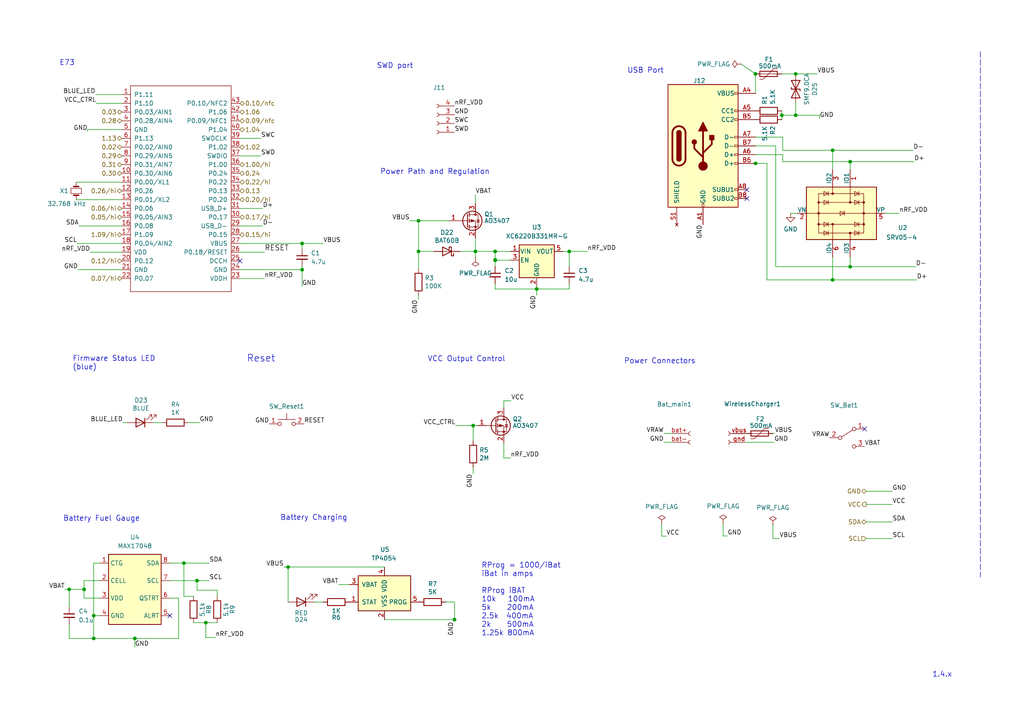
<source format=kicad_sch>
(kicad_sch (version 20211123) (generator eeschema)
  (paper "A4")
  (lib_symbols
    (symbol "Battery_Management:MCP73832-2-OT" (pin_names (offset 1.016))
      (property "Reference" "U" (at -7.62 6.35 0))
      (property "Value" "MCP73832-2-OT" (at 1.27 6.35 0))
      (symbol "MCP73832-2-OT_0_1"
        (rectangle (start -7.62 5.08) (end 7.62 -5.08) (stroke (width 0.254)) (fill (type background)))
      )
      (symbol "MCP73832-2-OT_1_1"
        (pin output line (at 10.16 -2.54 180) (length 2.54) (name "STAT") (number "1"))
        (pin power_in line (at 0 -7.62 90) (length 2.54) (name "VSS") (number "2"))
        (pin power_out line (at 10.16 2.54 180) (length 2.54) (name "VBAT") (number "3"))
        (pin power_in line (at 0 7.62 270) (length 2.54) (name "VDD") (number "4"))
        (pin input line (at -10.16 -2.54 0) (length 2.54) (name "PROG") (number "5"))
      )
    )
    (symbol "Connector:Conn_01x02_Female" (pin_names (offset 1.016) hide)
      (property "Reference" "WirelessCharger1" (at 14.859 8.4074 0))
      (symbol "Conn_01x02_Female_1_1"
        (arc (start 0 -2.032) (mid -0.508 -2.54) (end 0 -3.048) (stroke (width 0.1524)))
        (polyline (pts (xy -1.27 -2.54) (xy -0.508 -2.54)) (stroke (width 0.1524)))
        (polyline (pts (xy -1.27 0) (xy -0.508 0)) (stroke (width 0.1524)))
        (arc (start 0 0.508) (mid -0.508 0) (end 0 -0.508) (stroke (width 0.1524)))
        (pin passive line (at -5.08 -2.54 0) (length 3.81) (name "gnd") (number "gnd"))
        (pin passive line (at -5.08 0 0) (length 3.81) (name "vbus") (number "vbus"))
      )
    )
    (symbol "Connector:Conn_01x04_Female" (pin_names (offset 1.016) hide)
      (property "Reference" "J" (at 0 5.08 0))
      (property "Value" "Conn_01x04_Female" (at 0 -7.62 0))
      (symbol "Conn_01x04_Female_1_1"
        (arc (start 0 -4.572) (mid -0.508 -5.08) (end 0 -5.588) (stroke (width 0.1524)))
        (arc (start 0 -2.032) (mid -0.508 -2.54) (end 0 -3.048) (stroke (width 0.1524)))
        (polyline (pts (xy -1.27 -5.08) (xy -0.508 -5.08)) (stroke (width 0.1524)))
        (polyline (pts (xy -1.27 -2.54) (xy -0.508 -2.54)) (stroke (width 0.1524)))
        (polyline (pts (xy -1.27 0) (xy -0.508 0)) (stroke (width 0.1524)))
        (polyline (pts (xy -1.27 2.54) (xy -0.508 2.54)) (stroke (width 0.1524)))
        (arc (start 0 0.508) (mid -0.508 0) (end 0 -0.508) (stroke (width 0.1524)))
        (arc (start 0 3.048) (mid -0.508 2.54) (end 0 2.032) (stroke (width 0.1524)))
        (pin passive line (at -5.08 2.54 0) (length 3.81) (name "Pin_1") (number "1"))
        (pin passive line (at -5.08 0 0) (length 3.81) (name "Pin_2") (number "2"))
        (pin passive line (at -5.08 -2.54 0) (length 3.81) (name "Pin_3") (number "3"))
        (pin passive line (at -5.08 -5.08 0) (length 3.81) (name "Pin_4") (number "4"))
      )
    )
    (symbol "Device:C_Small" (pin_numbers hide) (pin_names (offset 0.254) hide)
      (property "Reference" "C" (at 0.254 1.778 0))
      (property "Value" "C_Small" (at 0.254 -2.032 0))
      (symbol "C_Small_0_1"
        (polyline (pts (xy -1.524 -0.508) (xy 1.524 -0.508)) (stroke (width 0.3302)))
        (polyline (pts (xy -1.524 0.508) (xy 1.524 0.508)) (stroke (width 0.3048)))
      )
      (symbol "C_Small_1_1"
        (pin passive line (at 0 2.54 270) (length 2.032) (name "~") (number "1"))
        (pin passive line (at 0 -2.54 90) (length 2.032) (name "~") (number "2"))
      )
    )
    (symbol "Device:D_TVS" (pin_numbers hide) (pin_names (offset 1.016) hide)
      (property "Reference" "D" (at 0 2.54 0))
      (property "Value" "D_TVS" (at 0 -2.54 0))
      (symbol "D_TVS_0_1"
        (polyline (pts (xy 1.27 0) (xy -1.27 0)))
        (polyline (pts (xy 0.508 1.27) (xy 0 1.27) (xy 0 -1.27) (xy -0.508 -1.27)) (stroke (width 0.254)))
        (polyline (pts (xy -2.54 1.27) (xy -2.54 -1.27) (xy 2.54 1.27) (xy 2.54 -1.27) (xy -2.54 1.27)) (stroke (width 0.254)))
      )
      (symbol "D_TVS_1_1"
        (pin passive line (at -3.81 0 0) (length 2.54) (name "A1") (number "1"))
        (pin passive line (at 3.81 0 180) (length 2.54) (name "A2") (number "2"))
      )
    )
    (symbol "Device:LED" (pin_numbers hide) (pin_names (offset 1.016) hide)
      (property "Reference" "D" (at 0 2.54 0))
      (property "Value" "LED" (at 0 -2.54 0))
      (symbol "LED_0_1"
        (polyline (pts (xy -1.27 -1.27) (xy -1.27 1.27)) (stroke (width 0.254)))
        (polyline (pts (xy -1.27 0) (xy 1.27 0)))
        (polyline (pts (xy 1.27 -1.27) (xy 1.27 1.27) (xy -1.27 0) (xy 1.27 -1.27)) (stroke (width 0.254)))
        (polyline (pts (xy -3.048 -0.762) (xy -4.572 -2.286) (xy -3.81 -2.286) (xy -4.572 -2.286) (xy -4.572 -1.524)))
        (polyline (pts (xy -1.778 -0.762) (xy -3.302 -2.286) (xy -2.54 -2.286) (xy -3.302 -2.286) (xy -3.302 -1.524)))
      )
      (symbol "LED_1_1"
        (pin passive line (at -3.81 0 0) (length 2.54) (name "K") (number "1"))
        (pin passive line (at 3.81 0 180) (length 2.54) (name "A") (number "2"))
      )
    )
    (symbol "Device:Polyfuse" (pin_numbers hide) (pin_names (offset 0))
      (property "Reference" "F" (at -2.54 0 90))
      (property "Value" "Polyfuse" (at 2.54 0 90))
      (symbol "Polyfuse_0_1"
        (rectangle (start -0.762 2.54) (end 0.762 -2.54) (stroke (width 0.254)))
        (polyline (pts (xy 0 2.54) (xy 0 -2.54)))
        (polyline (pts (xy -1.524 2.54) (xy -1.524 1.524) (xy 1.524 -1.524) (xy 1.524 -2.54)))
      )
      (symbol "Polyfuse_1_1"
        (pin passive line (at 0 3.81 270) (length 1.27) (name "~") (number "1"))
        (pin passive line (at 0 -3.81 90) (length 1.27) (name "~") (number "2"))
      )
    )
    (symbol "Device:R" (pin_numbers hide) (pin_names (offset 0))
      (property "Reference" "R" (at 2.032 0 90))
      (property "Value" "R" (at 0 0 90))
      (symbol "R_0_1"
        (rectangle (start -1.016 -2.54) (end 1.016 2.54) (stroke (width 0.254)))
      )
      (symbol "R_1_1"
        (pin passive line (at 0 3.81 270) (length 1.27) (name "~") (number "1"))
        (pin passive line (at 0 -3.81 90) (length 1.27) (name "~") (number "2"))
      )
    )
    (symbol "Diode:MBR0520" (pin_numbers hide) (pin_names (offset 1.016) hide)
      (property "Reference" "D" (at 0 2.54 0))
      (property "Value" "MBR0520" (at 0 -2.54 0))
      (symbol "MBR0520_0_1"
        (polyline (pts (xy 1.27 0) (xy -1.27 0)))
        (polyline (pts (xy 1.27 1.27) (xy 1.27 -1.27) (xy -1.27 0) (xy 1.27 1.27)) (stroke (width 0.254)))
        (polyline (pts (xy -1.905 0.635) (xy -1.905 1.27) (xy -1.27 1.27) (xy -1.27 -1.27) (xy -0.635 -1.27) (xy -0.635 -0.635)) (stroke (width 0.254)))
      )
      (symbol "MBR0520_1_1"
        (pin passive line (at -3.81 0 0) (length 2.54) (name "K") (number "1"))
        (pin passive line (at 3.81 0 180) (length 2.54) (name "A") (number "2"))
      )
    )
    (symbol "Power_Protection:SRV05-4" (pin_names (offset 0))
      (property "Reference" "U" (at -5.08 11.43 0))
      (property "Value" "SRV05-4" (at 2.54 11.43 0))
      (symbol "SRV05-4_0_0"
        (rectangle (start -5.715 6.477) (end 5.715 -6.604))
        (polyline (pts (xy -3.175 -6.604) (xy -3.175 6.477)))
        (polyline (pts (xy 3.175 6.477) (xy 3.175 -6.604)))
      )
      (symbol "SRV05-4_0_1"
        (rectangle (start -7.62 10.16) (end 7.62 -10.16) (stroke (width 0.254)) (fill (type background)))
        (circle (center -5.715 -2.54) (radius 0.2794) (fill (type outline)))
        (circle (center -3.175 -6.604) (radius 0.2794) (fill (type outline)))
        (circle (center -3.175 2.54) (radius 0.2794) (fill (type outline)))
        (circle (center -3.175 6.477) (radius 0.2794) (fill (type outline)))
        (circle (center 0 -6.604) (radius 0.2794) (fill (type outline)))
        (polyline (pts (xy -7.747 2.54) (xy -3.175 2.54)))
        (polyline (pts (xy -7.62 -2.54) (xy -5.715 -2.54)))
        (polyline (pts (xy -5.08 -3.81) (xy -6.35 -3.81)))
        (polyline (pts (xy -5.08 5.08) (xy -6.35 5.08)))
        (polyline (pts (xy -2.54 -3.81) (xy -3.81 -3.81)))
        (polyline (pts (xy -2.54 5.08) (xy -3.81 5.08)))
        (polyline (pts (xy 0 10.16) (xy 0 -10.16)))
        (polyline (pts (xy 3.81 -3.81) (xy 2.54 -3.81)))
        (polyline (pts (xy 3.81 5.08) (xy 2.54 5.08)))
        (polyline (pts (xy 6.35 -3.81) (xy 5.08 -3.81)))
        (polyline (pts (xy 6.35 5.08) (xy 5.08 5.08)))
        (polyline (pts (xy 7.62 -2.54) (xy 3.175 -2.54)))
        (polyline (pts (xy 7.62 2.54) (xy 5.715 2.54)))
        (polyline (pts (xy 0.635 0.889) (xy -0.635 0.889) (xy -0.635 0.635)))
        (polyline (pts (xy -5.08 -5.08) (xy -6.35 -5.08) (xy -5.715 -3.81) (xy -5.08 -5.08)))
        (polyline (pts (xy -5.08 3.81) (xy -6.35 3.81) (xy -5.715 5.08) (xy -5.08 3.81)))
        (polyline (pts (xy -2.54 -5.08) (xy -3.81 -5.08) (xy -3.175 -3.81) (xy -2.54 -5.08)))
        (polyline (pts (xy -2.54 3.81) (xy -3.81 3.81) (xy -3.175 5.08) (xy -2.54 3.81)))
        (polyline (pts (xy 0.635 -0.381) (xy -0.635 -0.381) (xy 0 0.889) (xy 0.635 -0.381)))
        (polyline (pts (xy 3.81 -5.08) (xy 2.54 -5.08) (xy 3.175 -3.81) (xy 3.81 -5.08)))
        (polyline (pts (xy 3.81 3.81) (xy 2.54 3.81) (xy 3.175 5.08) (xy 3.81 3.81)))
        (polyline (pts (xy 6.35 -5.08) (xy 5.08 -5.08) (xy 5.715 -3.81) (xy 6.35 -5.08)))
        (polyline (pts (xy 6.35 3.81) (xy 5.08 3.81) (xy 5.715 5.08) (xy 6.35 3.81)))
        (circle (center 0 6.477) (radius 0.2794) (fill (type outline)))
        (circle (center 3.175 -6.604) (radius 0.2794) (fill (type outline)))
        (circle (center 3.175 -2.54) (radius 0.2794) (fill (type outline)))
        (circle (center 3.175 6.477) (radius 0.2794) (fill (type outline)))
        (circle (center 5.715 2.54) (radius 0.2794) (fill (type outline)))
      )
      (symbol "SRV05-4_1_1"
        (pin passive line (at -12.7 2.54 0) (length 5.08) (name "IO1") (number "1"))
        (pin passive line (at 0 -12.7 90) (length 2.54) (name "VN") (number "2"))
        (pin passive line (at -12.7 -2.54 0) (length 5.08) (name "IO2") (number "3"))
        (pin passive line (at 12.7 2.54 180) (length 5.08) (name "IO3") (number "4"))
        (pin passive line (at 0 12.7 270) (length 2.54) (name "VP") (number "5"))
        (pin passive line (at 12.7 -2.54 180) (length 5.08) (name "IO4") (number "6"))
      )
    )
    (symbol "Regulator_Linear:AP2112K-3.3" (pin_names (offset 0.254))
      (property "Reference" "U" (at -5.08 5.715 0))
      (property "Value" "AP2112K-3.3" (at 0 5.715 0))
      (symbol "AP2112K-3.3_0_1"
        (rectangle (start -5.08 4.445) (end 5.08 -5.08) (stroke (width 0.254)) (fill (type background)))
      )
      (symbol "AP2112K-3.3_1_1"
        (pin power_in line (at -7.62 2.54 0) (length 2.54) (name "VIN") (number "1"))
        (pin power_in line (at 0 -7.62 90) (length 2.54) (name "GND") (number "2"))
        (pin input line (at -7.62 0 0) (length 2.54) (name "EN") (number "3"))
        (pin no_connect line (at 5.08 0 180) (length 2.54) hide (name "NC") (number "4"))
        (pin power_out line (at 7.62 2.54 180) (length 2.54) (name "VOUT") (number "5"))
      )
    )
    (symbol "Transistor_FET:BSS83P" (pin_names hide)
      (property "Reference" "Q" (at 5.08 1.905 0))
      (property "Value" "BSS83P" (at 5.08 0 0))
      (symbol "BSS83P_0_1"
        (polyline (pts (xy 0.254 0) (xy -2.54 0)))
        (polyline (pts (xy 0.254 1.905) (xy 0.254 -1.905)) (stroke (width 0.254)))
        (polyline (pts (xy 0.762 -1.27) (xy 0.762 -2.286)) (stroke (width 0.254)))
        (polyline (pts (xy 0.762 0.508) (xy 0.762 -0.508)) (stroke (width 0.254)))
        (polyline (pts (xy 0.762 2.286) (xy 0.762 1.27)) (stroke (width 0.254)))
        (polyline (pts (xy 2.54 2.54) (xy 2.54 1.778)))
        (polyline (pts (xy 2.54 -2.54) (xy 2.54 0) (xy 0.762 0)))
        (polyline (pts (xy 0.762 1.778) (xy 3.302 1.778) (xy 3.302 -1.778) (xy 0.762 -1.778)))
        (polyline (pts (xy 2.286 0) (xy 1.27 0.381) (xy 1.27 -0.381) (xy 2.286 0)) (fill (type outline)))
        (polyline (pts (xy 2.794 -0.508) (xy 2.921 -0.381) (xy 3.683 -0.381) (xy 3.81 -0.254)))
        (polyline (pts (xy 3.302 -0.381) (xy 2.921 0.254) (xy 3.683 0.254) (xy 3.302 -0.381)))
        (circle (center 1.651 0) (radius 2.794) (stroke (width 0.254)))
        (circle (center 2.54 -1.778) (radius 0.254) (fill (type outline)))
        (circle (center 2.54 1.778) (radius 0.254) (fill (type outline)))
      )
      (symbol "BSS83P_1_1"
        (pin input line (at -5.08 0 0) (length 2.54) (name "G") (number "1"))
        (pin passive line (at 2.54 -5.08 90) (length 2.54) (name "S") (number "2"))
        (pin passive line (at 2.54 5.08 270) (length 2.54) (name "D") (number "3"))
      )
    )
    (symbol "mysymbol:Conn_Battery_solderable" (pin_names (offset 1.016) hide)
      (property "Reference" "J?" (at 1.27 0.0001 0))
      (property "Value" "Conn_Battery_solderable" (at 1.27 -2.5399 0))
      (symbol "Conn_Battery_solderable_1_1"
        (arc (start 0 -2.032) (mid -0.508 -2.54) (end 0 -3.048) (stroke (width 0.1524)))
        (polyline (pts (xy -1.27 -2.54) (xy -0.508 -2.54)) (stroke (width 0.1524)))
        (polyline (pts (xy -1.27 0) (xy -0.508 0)) (stroke (width 0.1524)))
        (arc (start 0 0.508) (mid -0.508 0) (end 0 -0.508) (stroke (width 0.1524)))
        (pin passive line (at -5.08 0 0) (length 3.81) (name "Bat+") (number "bat+"))
        (pin passive line (at -5.08 -2.54 0) (length 3.81) (name "Bat-") (number "bat-"))
      )
    )
    (symbol "mysymbol:Crystal_Small" (pin_numbers hide) (pin_names (offset 1.016) hide)
      (property "Reference" "X1" (at -2.54 1.2701 90))
      (property "Value" "Crystal_Small" (at -2.54 -1.2699 90))
      (symbol "Crystal_Small_0_1"
        (rectangle (start -0.762 -1.524) (end 0.762 1.524))
        (polyline (pts (xy -1.27 -0.762) (xy -1.27 0.762)) (stroke (width 0.381)))
        (polyline (pts (xy 1.27 -0.762) (xy 1.27 0.762)) (stroke (width 0.381)))
      )
      (symbol "Crystal_Small_1_1"
        (pin passive line (at -2.54 0 0) (length 1.27) (name "1") (number "1"))
        (pin passive line (at 2.54 0 180) (length 1.27) (name "2") (number "2"))
      )
    )
    (symbol "mysymbol:E73-2G4M08S1C" (pin_names (offset 1.016))
      (property "Reference" "U?" (at -0.635 34.671 0))
      (property "Value" "E73-2G4M08S1C" (at -0.635 32.3596 0))
      (symbol "E73-2G4M08S1C_0_1"
        (rectangle (start -15.24 30.48) (end 13.97 -29.21))
      )
      (symbol "E73-2G4M08S1C_1_1"
        (pin input line (at -17.78 27.94 0) (length 2.54) (name "P1.11") (number "1"))
        (pin input line (at -17.78 5.08 0) (length 2.54) (name "P0.30/AIN6") (number "10"))
        (pin input line (at -17.78 2.54 0) (length 2.54) (name "P0.00/XL1") (number "11"))
        (pin input line (at -17.78 0 0) (length 2.54) (name "P0.26") (number "12"))
        (pin input line (at -17.78 -2.54 0) (length 2.54) (name "P0.01/XL2") (number "13"))
        (pin input line (at -17.78 -5.08 0) (length 2.54) (name "P0.06") (number "14"))
        (pin input line (at -17.78 -7.62 0) (length 2.54) (name "P0.05/AIN3") (number "15"))
        (pin input line (at -17.78 -10.16 0) (length 2.54) (name "P0.08") (number "16"))
        (pin input line (at -17.78 -12.7 0) (length 2.54) (name "P1.09") (number "17"))
        (pin input line (at -17.78 -15.24 0) (length 2.54) (name "P0.04/AIN2") (number "18"))
        (pin power_in line (at -17.78 -17.78 0) (length 2.54) (name "VDD") (number "19"))
        (pin input line (at -17.78 25.4 0) (length 2.54) (name "P1.10") (number "2"))
        (pin input line (at -17.78 -20.32 0) (length 2.54) (name "P0.12") (number "20"))
        (pin power_in line (at -17.78 -22.86 0) (length 2.54) (name "GND") (number "21"))
        (pin input line (at -17.78 -25.4 0) (length 2.54) (name "P0.07") (number "22"))
        (pin power_in line (at 16.51 -25.4 180) (length 2.54) (name "VDDH") (number "23"))
        (pin power_in line (at 16.51 -22.86 180) (length 2.54) (name "GND") (number "24"))
        (pin power_out line (at 16.51 -20.32 180) (length 2.54) (name "DCCH") (number "25"))
        (pin input line (at 16.51 -17.78 180) (length 2.54) (name "P0.18/RESET") (number "26"))
        (pin power_in line (at 16.51 -15.24 180) (length 2.54) (name "VBUS") (number "27"))
        (pin input line (at 16.51 -12.7 180) (length 2.54) (name "P0.15") (number "28"))
        (pin input line (at 16.51 -10.16 180) (length 2.54) (name "USB_D-") (number "29"))
        (pin input line (at -17.78 22.86 0) (length 2.54) (name "P0.03/AIN1") (number "3"))
        (pin input line (at 16.51 -7.62 180) (length 2.54) (name "P0.17") (number "30"))
        (pin input line (at 16.51 -5.08 180) (length 2.54) (name "USB_D+") (number "31"))
        (pin input line (at 16.51 -2.54 180) (length 2.54) (name "P0.20") (number "32"))
        (pin input line (at 16.51 0 180) (length 2.54) (name "P0.13") (number "33"))
        (pin input line (at 16.51 2.54 180) (length 2.54) (name "P0.22") (number "34"))
        (pin input line (at 16.51 5.08 180) (length 2.54) (name "P0.24") (number "35"))
        (pin input line (at 16.51 7.62 180) (length 2.54) (name "P1.00") (number "36"))
        (pin input line (at 16.51 10.16 180) (length 2.54) (name "SWDIO") (number "37"))
        (pin input line (at 16.51 12.7 180) (length 2.54) (name "P1.02") (number "38"))
        (pin input line (at 16.51 15.24 180) (length 2.54) (name "SWDCLK") (number "39"))
        (pin input line (at -17.78 20.32 0) (length 2.54) (name "P0.28/AIN4") (number "4"))
        (pin input line (at 16.51 17.78 180) (length 2.54) (name "P1.04") (number "40"))
        (pin input line (at 16.51 20.32 180) (length 2.54) (name "P0.09/NFC1") (number "41"))
        (pin input line (at 16.51 22.86 180) (length 2.54) (name "P1.06") (number "42"))
        (pin input line (at 16.51 25.4 180) (length 2.54) (name "P0.10/NFC2") (number "43"))
        (pin power_in line (at -17.78 17.78 0) (length 2.54) (name "GND") (number "5"))
        (pin input line (at -17.78 15.24 0) (length 2.54) (name "P1.13") (number "6"))
        (pin input line (at -17.78 12.7 0) (length 2.54) (name "P0.02/AIN0") (number "7"))
        (pin input line (at -17.78 10.16 0) (length 2.54) (name "P0.29/AIN5") (number "8"))
        (pin input line (at -17.78 7.62 0) (length 2.54) (name "P0.31/AIN7") (number "9"))
      )
    )
    (symbol "mysymbol:MAX17048"
      (property "Reference" "U" (at -6.985 11.43 0))
      (property "Value" "MAX17048" (at 0 16.51 0))
      (symbol "MAX17048_0_1"
        (rectangle (start -7.62 10.16) (end 7.62 -10.16) (stroke (width 0.254)) (fill (type background)))
      )
      (symbol "MAX17048_1_1"
        (pin passive line (at -10.16 7.62 0) (length 2.54) (name "CTG") (number "1"))
        (pin passive line (at -10.16 2.54 0) (length 2.54) (name "CELL") (number "2"))
        (pin power_in line (at -10.16 -2.54 0) (length 2.54) (name "VDD") (number "3"))
        (pin power_in line (at -10.16 -7.62 0) (length 2.54) (name "GND") (number "4"))
        (pin output line (at 10.16 -7.62 180) (length 2.54) (name "ALRT") (number "5"))
        (pin input line (at 10.16 -2.54 180) (length 2.54) (name "QSTRT") (number "6"))
        (pin bidirectional line (at 10.16 2.54 180) (length 2.54) (name "SCL") (number "7"))
        (pin bidirectional line (at 10.16 7.62 180) (length 2.54) (name "SDA") (number "8"))
      )
    )
    (symbol "mysymbol:SW_Battery-kbd" (pin_names (offset 0) hide)
      (property "Reference" "SW_Battery?" (at 7.62 4.3476 0))
      (property "Value" "SW_Battery-kbd" (at 5.08 -6.35 0))
      (symbol "SW_Battery-kbd_0_0"
        (circle (center -2.032 0) (radius 0.508))
        (circle (center 2.032 -2.54) (radius 0.508))
      )
      (symbol "SW_Battery-kbd_0_1"
        (polyline (pts (xy -1.524 0.254) (xy 1.651 2.286)))
        (circle (center 2.032 2.54) (radius 0.508))
      )
      (symbol "SW_Battery-kbd_1_1"
        (pin passive line (at 5.08 2.54 180) (length 2.54) (name "A") (number "1"))
        (pin passive line (at -5.08 0 0) (length 2.54) (name "B") (number "2"))
        (pin passive line (at 5.08 -2.54 180) (length 2.54) (name "C") (number "3"))
      )
    )
    (symbol "mysymbol:SW_RESET-kbd" (pin_names (offset 1.016) hide)
      (property "Reference" "RSW?" (at 0 7.239 0))
      (property "Value" "SW_RESET-kbd" (at 0 4.9276 0))
      (symbol "SW_RESET-kbd_0_1"
        (circle (center -2.032 0) (radius 0.508))
        (polyline (pts (xy 0 1.27) (xy 0 3.048)))
        (polyline (pts (xy 2.54 1.27) (xy -2.54 1.27)))
        (circle (center 2.032 0) (radius 0.508))
        (pin passive line (at -5.08 0 0) (length 2.54) (name "1") (number "1"))
        (pin passive line (at 5.08 0 180) (length 2.54) (name "2") (number "2"))
      )
    )
    (symbol "mysymbol:USB_C_Receptacle_USB2.0" (pin_names (offset 1.016))
      (property "Reference" "J?" (at 2.7178 24.3078 0))
      (symbol "USB_C_Receptacle_USB2.0_0_0"
        (rectangle (start -0.254 -17.78) (end 0.254 -16.764))
        (rectangle (start 10.16 -14.986) (end 9.144 -15.494))
        (rectangle (start 10.16 -12.446) (end 9.144 -12.954))
        (rectangle (start 10.16 -4.826) (end 9.144 -5.334))
        (rectangle (start 10.16 -2.286) (end 9.144 -2.794))
        (rectangle (start 10.16 0.254) (end 9.144 -0.254))
        (rectangle (start 10.16 2.794) (end 9.144 2.286))
        (rectangle (start 10.16 7.874) (end 9.144 7.366))
        (rectangle (start 10.16 10.414) (end 9.144 9.906))
        (rectangle (start 10.16 15.494) (end 9.144 14.986))
      )
      (symbol "USB_C_Receptacle_USB2.0_0_1"
        (rectangle (start -10.16 17.78) (end 10.16 -17.78) (stroke (width 0.254)) (fill (type background)))
        (arc (start -8.89 -3.81) (mid -6.985 -5.715) (end -5.08 -3.81) (stroke (width 0.508)))
        (arc (start -7.62 -3.81) (mid -6.985 -4.445) (end -6.35 -3.81) (stroke (width 0.254)))
        (arc (start -7.62 -3.81) (mid -6.985 -4.445) (end -6.35 -3.81) (stroke (width 0.254)) (fill (type outline)))
        (rectangle (start -7.62 -3.81) (end -6.35 3.81) (stroke (width 0.254)) (fill (type outline)))
        (arc (start -6.35 3.81) (mid -6.985 4.445) (end -7.62 3.81) (stroke (width 0.254)))
        (arc (start -6.35 3.81) (mid -6.985 4.445) (end -7.62 3.81) (stroke (width 0.254)) (fill (type outline)))
        (arc (start -5.08 3.81) (mid -6.985 5.715) (end -8.89 3.81) (stroke (width 0.508)))
        (circle (center -2.54 1.143) (radius 0.635) (stroke (width 0.254)) (fill (type outline)))
        (circle (center 0 -5.842) (radius 1.27) (fill (type outline)))
        (polyline (pts (xy -8.89 -3.81) (xy -8.89 3.81)) (stroke (width 0.508)))
        (polyline (pts (xy -5.08 3.81) (xy -5.08 -3.81)) (stroke (width 0.508)))
        (polyline (pts (xy 0 -5.842) (xy 0 4.318)) (stroke (width 0.508)))
        (polyline (pts (xy 0 -3.302) (xy -2.54 -0.762) (xy -2.54 0.508)) (stroke (width 0.508)))
        (polyline (pts (xy 0 -2.032) (xy 2.54 0.508) (xy 2.54 1.778)) (stroke (width 0.508)))
        (polyline (pts (xy -1.27 4.318) (xy 0 6.858) (xy 1.27 4.318) (xy -1.27 4.318)) (stroke (width 0.254)) (fill (type outline)))
        (rectangle (start 1.905 1.778) (end 3.175 3.048) (stroke (width 0.254)) (fill (type outline)))
      )
      (symbol "USB_C_Receptacle_USB2.0_1_1"
        (pin power_in line (at 0 -22.86 90) (length 5.08) (name "GND") (number "A1"))
        (pin power_in line (at 15.24 15.24 180) (length 5.08) (name "VBUS") (number "A4"))
        (pin bidirectional line (at 15.24 10.16 180) (length 5.08) (name "CC1") (number "A5"))
        (pin bidirectional line (at 15.24 -2.54 180) (length 5.08) (name "D+") (number "A6"))
        (pin bidirectional line (at 15.24 2.54 180) (length 5.08) (name "D-") (number "A7"))
        (pin input line (at 12.7 -12.7 180) (length 2.54) (name "SUBU1") (number "A8"))
        (pin bidirectional line (at 15.24 7.62 180) (length 5.08) (name "CC2") (number "B5"))
        (pin bidirectional line (at 15.24 -5.08 180) (length 5.08) (name "D+") (number "B6"))
        (pin bidirectional line (at 15.24 0 180) (length 5.08) (name "D-") (number "B7"))
        (pin input line (at 12.7 -15.24 180) (length 2.54) (name "SUBU2") (number "B8"))
        (pin no_connect line (at -7.62 -22.86 90) (length 5.08) (name "SHIELD") (number "S1"))
      )
    )
    (symbol "power:GND" (power) (pin_names (offset 0))
      (property "Value" "GND" (at 0 -3.81 0))
      (symbol "GND_0_1"
        (polyline (pts (xy 0 0) (xy 0 -1.27) (xy 1.27 -1.27) (xy 0 -2.54) (xy -1.27 -1.27) (xy 0 -1.27)))
      )
      (symbol "GND_1_1"
        (pin power_in line (at 0 0 270) (length 0) hide (name "GND") (number "1"))
      )
    )
    (symbol "power:PWR_FLAG" (power) (pin_numbers hide) (pin_names (offset 0) hide)
      (property "Value" "PWR_FLAG" (at 0 3.81 0))
      (symbol "PWR_FLAG_0_0"
        (pin power_out line (at 0 0 90) (length 0) (name "pwr") (number "1"))
      )
      (symbol "PWR_FLAG_0_1"
        (polyline (pts (xy 0 0) (xy 0 1.27) (xy -1.016 1.905) (xy 0 2.54) (xy 1.016 1.905) (xy 0 1.27)))
      )
    )
  )
  (junction (at 59.69 180.594))
  (junction (at 27.178 178.562))
  (junction (at 241.5032 81.1784))
  (junction (at 143.6116 75.4634))
  (junction (at 87.63 70.612))
  (junction (at 137.8966 72.9234))
  (junction (at 137.2362 123.444))
  (junction (at 121.3866 64.0334))
  (junction (at 165.1 72.9234))
  (junction (at 53.34 163.322))
  (junction (at 230.7844 21.4376))
  (junction (at 155.6766 83.82))
  (junction (at 83.566 164.465))
  (junction (at 131.826 179.705))
  (junction (at 241.5032 43.5864))
  (junction (at 121.3866 72.9234))
  (junction (at 246.5832 77.3684))
  (junction (at 143.6116 72.9234))
  (junction (at 24.384 170.942))
  (junction (at 143.6624 75.4126))
  (junction (at 39.116 185.166))
  (junction (at 57.15 168.402))
  (junction (at 226.7712 33.4264))
  (junction (at 219.1004 21.4376))
  (junction (at 143.6116 75.4126))
  (junction (at 246.5832 46.8884))
  (junction (at 20.066 170.942))
  (junction (at 27.178 185.166))
  (junction (at 87.63 78.232))
  (junction (at 219.1512 47.3964))
  (junction (at 230.7844 33.4264))
  (no_connect (at 49.276 178.562))
  (no_connect (at 250.7742 124.4092))
  (no_connect (at 69.596 75.692))
  (no_connect (at 216.6112 55.0164))
  (no_connect (at 216.6112 57.5564))
  (wire (pts (xy 191.9224 152.0444) (xy 191.9224 155.4988)))
  (wire (pts (xy 209.7278 155.448) (xy 210.9978 155.448)))
  (wire (pts (xy 170.3832 72.9234) (xy 165.1 72.9234)))
  (wire (pts (xy 54.6862 122.5804) (xy 57.8612 122.5804)))
  (wire (pts (xy 83.566 174.625) (xy 83.566 164.465)))
  (wire (pts (xy 143.6116 75.4126) (xy 143.6624 75.4126)))
  (wire (pts (xy 62.992 171.196) (xy 62.992 172.974)))
  (wire (pts (xy 143.6116 75.4126) (xy 143.6116 75.4634)))
  (wire (pts (xy 121.3866 85.6234) (xy 121.3866 86.8934)))
  (wire (pts (xy 143.6116 72.9234) (xy 148.0566 72.9234)))
  (wire (pts (xy 20.066 170.942) (xy 24.384 170.942)))
  (wire (pts (xy 57.15 168.402) (xy 60.706 168.402)))
  (wire (pts (xy 224.9932 42.3164) (xy 224.9932 77.3684)))
  (wire (pts (xy 82.296 164.465) (xy 83.566 164.465)))
  (wire (pts (xy 51.816 185.166) (xy 51.816 173.482)))
  (wire (pts (xy 27.178 185.166) (xy 39.116 185.166)))
  (wire (pts (xy 57.15 171.196) (xy 62.992 171.196)))
  (wire (pts (xy 87.63 70.612) (xy 87.63 72.136)))
  (wire (pts (xy 227.0252 44.8564) (xy 227.0252 46.8884)))
  (wire (pts (xy 137.2362 123.444) (xy 138.5062 123.444)))
  (wire (pts (xy 222.4532 81.1784) (xy 241.5032 81.1784)))
  (wire (pts (xy 219.1004 21.4376) (xy 219.1512 27.0764)))
  (wire (pts (xy 25.4 37.592) (xy 25.4 38.1)))
  (wire (pts (xy 155.6766 83.82) (xy 155.6766 85.6234)))
  (wire (pts (xy 69.596 65.532) (xy 76.2 65.532)))
  (wire (pts (xy 121.3866 72.9234) (xy 125.8316 72.9234)))
  (wire (pts (xy 216.281 128.27) (xy 224.536 128.27)))
  (wire (pts (xy 121.3866 72.9234) (xy 121.3866 78.0034)))
  (wire (pts (xy 137.8966 72.9234) (xy 137.8966 74.676)))
  (wire (pts (xy 246.5832 74.5744) (xy 246.5832 77.3684)))
  (wire (pts (xy 192.532 128.27) (xy 195.0974 128.27)))
  (wire (pts (xy 69.596 80.772) (xy 76.708 80.772)))
  (polyline (pts (xy 284.353 14.986) (xy 284.353 167.386)))
  (wire (pts (xy 192.5574 125.73) (xy 195.0974 125.73)))
  (wire (pts (xy 39.116 185.166) (xy 51.816 185.166)))
  (wire (pts (xy 22.098 52.832) (xy 35.306 52.832)))
  (wire (pts (xy 59.69 180.594) (xy 59.69 184.912)))
  (wire (pts (xy 146.1262 128.524) (xy 146.1262 132.8166)))
  (wire (pts (xy 28.956 178.562) (xy 27.178 178.562)))
  (wire (pts (xy 24.384 173.482) (xy 28.956 173.482)))
  (wire (pts (xy 155.6766 83.0834) (xy 155.6766 83.82)))
  (wire (pts (xy 28.956 163.322) (xy 27.178 163.322)))
  (wire (pts (xy 59.69 184.912) (xy 62.484 184.912)))
  (wire (pts (xy 241.5032 81.1784) (xy 265.8872 81.1784)))
  (wire (pts (xy 35.6362 122.5804) (xy 36.9062 122.5804)))
  (wire (pts (xy 87.63 78.232) (xy 87.63 83.058)))
  (wire (pts (xy 227.0252 46.8884) (xy 246.5832 46.8884)))
  (wire (pts (xy 25.4 37.592) (xy 35.306 37.592)))
  (wire (pts (xy 219.1512 44.8564) (xy 227.0252 44.8564)))
  (wire (pts (xy 215.011 18.5928) (xy 219.1004 21.4376)))
  (wire (pts (xy 18.796 170.942) (xy 20.066 170.942)))
  (wire (pts (xy 251.206 142.494) (xy 258.826 142.494)))
  (wire (pts (xy 49.276 163.322) (xy 53.34 163.322)))
  (wire (pts (xy 218.8972 47.3964) (xy 219.1512 47.3964)))
  (wire (pts (xy 230.7844 33.4264) (xy 237.744 33.4264)))
  (wire (pts (xy 24.384 170.942) (xy 24.384 173.482)))
  (wire (pts (xy 56.134 180.594) (xy 59.69 180.594)))
  (wire (pts (xy 219.1512 47.3964) (xy 222.4532 47.3964)))
  (wire (pts (xy 165.1 82.3214) (xy 165.1 83.82)))
  (wire (pts (xy 137.8966 56.4134) (xy 137.8966 58.9534)))
  (wire (pts (xy 251.206 151.384) (xy 258.826 151.384)))
  (wire (pts (xy 143.6116 82.3214) (xy 143.6116 83.82)))
  (wire (pts (xy 121.3866 64.0334) (xy 130.2766 64.0334)))
  (wire (pts (xy 39.116 185.166) (xy 39.116 187.706)))
  (wire (pts (xy 143.6116 72.9234) (xy 143.6116 75.4126)))
  (wire (pts (xy 51.816 173.482) (xy 49.276 173.482)))
  (wire (pts (xy 69.596 40.132) (xy 75.692 40.132)))
  (wire (pts (xy 22.606 78.232) (xy 35.306 78.232)))
  (wire (pts (xy 53.34 163.322) (xy 60.706 163.322)))
  (wire (pts (xy 137.2362 127.889) (xy 137.2362 123.444)))
  (wire (pts (xy 148.0566 75.4634) (xy 143.6116 75.4634)))
  (wire (pts (xy 137.8966 69.1134) (xy 137.8966 72.9234)))
  (wire (pts (xy 22.86 65.532) (xy 35.306 65.532)))
  (wire (pts (xy 165.1 83.82) (xy 155.6766 83.82)))
  (wire (pts (xy 22.352 70.612) (xy 35.306 70.612)))
  (wire (pts (xy 246.5832 46.8884) (xy 246.5832 49.1744)))
  (wire (pts (xy 209.7278 151.892) (xy 209.7278 155.448)))
  (wire (pts (xy 121.3866 64.0334) (xy 121.3866 72.9234)))
  (wire (pts (xy 224.1804 152.2984) (xy 224.1804 156.21)))
  (wire (pts (xy 59.69 180.594) (xy 62.992 180.594)))
  (wire (pts (xy 49.276 168.402) (xy 57.15 168.402)))
  (wire (pts (xy 146.1262 132.8166) (xy 148.082 132.8166)))
  (wire (pts (xy 111.506 179.705) (xy 131.826 179.705)))
  (wire (pts (xy 131.826 179.705) (xy 131.826 180.34)))
  (wire (pts (xy 241.5032 74.5744) (xy 241.5032 81.1784)))
  (wire (pts (xy 56.134 172.974) (xy 53.34 172.974)))
  (wire (pts (xy 24.384 168.402) (xy 24.384 170.942)))
  (wire (pts (xy 226.7712 33.4264) (xy 230.7844 33.4264)))
  (wire (pts (xy 69.596 60.452) (xy 76.2 60.452)))
  (wire (pts (xy 53.34 172.974) (xy 53.34 163.322)))
  (wire (pts (xy 143.6116 83.82) (xy 155.6766 83.82)))
  (wire (pts (xy 222.4532 47.3964) (xy 222.4532 81.1784)))
  (wire (pts (xy 69.596 78.232) (xy 87.63 78.232)))
  (wire (pts (xy 133.4516 72.9234) (xy 137.8966 72.9234)))
  (wire (pts (xy 27.178 178.562) (xy 27.178 185.166)))
  (wire (pts (xy 224.155 125.73) (xy 224.6884 125.73)))
  (wire (pts (xy 27.94 29.972) (xy 35.306 29.972)))
  (wire (pts (xy 98.171 169.545) (xy 101.346 169.545)))
  (wire (pts (xy 219.1512 39.7764) (xy 227.0252 39.7764)))
  (wire (pts (xy 91.186 174.625) (xy 93.726 174.625)))
  (wire (pts (xy 230.7844 21.4376) (xy 237.0328 21.4376)))
  (wire (pts (xy 22.098 57.912) (xy 35.306 57.912)))
  (wire (pts (xy 69.596 73.152) (xy 76.708 73.152)))
  (wire (pts (xy 132.1562 123.444) (xy 137.2362 123.444)))
  (wire (pts (xy 246.5832 77.3684) (xy 265.6332 77.3684)))
  (wire (pts (xy 137.8966 72.9234) (xy 143.6116 72.9234)))
  (wire (pts (xy 20.066 181.102) (xy 20.066 185.166)))
  (wire (pts (xy 230.7844 21.4376) (xy 230.7844 22.0472)))
  (wire (pts (xy 241.5032 43.5864) (xy 241.5032 49.1744)))
  (wire (pts (xy 137.2362 135.509) (xy 137.2362 137.414)))
  (wire (pts (xy 251.206 156.21) (xy 258.826 156.21)))
  (wire (pts (xy 191.9224 155.4988) (xy 193.2432 155.4988)))
  (wire (pts (xy 69.596 45.212) (xy 75.692 45.212)))
  (wire (pts (xy 241.5032 43.5864) (xy 264.8712 43.5864)))
  (wire (pts (xy 27.178 163.322) (xy 27.178 178.562)))
  (wire (pts (xy 131.826 174.625) (xy 131.826 179.705)))
  (wire (pts (xy 246.5832 46.8884) (xy 265.1252 46.8884)))
  (wire (pts (xy 146.1262 118.364) (xy 146.1262 116.2558)))
  (wire (pts (xy 20.066 176.022) (xy 20.066 170.942)))
  (wire (pts (xy 57.15 168.402) (xy 57.15 171.196)))
  (wire (pts (xy 256.7432 61.8744) (xy 260.8072 61.8744)))
  (wire (pts (xy 87.63 78.232) (xy 87.63 77.216)))
  (wire (pts (xy 26.162 73.152) (xy 35.306 73.152)))
  (wire (pts (xy 224.1804 156.21) (xy 226.06 156.21)))
  (wire (pts (xy 226.7204 21.4376) (xy 230.7844 21.4376)))
  (wire (pts (xy 216.281 125.73) (xy 216.535 125.73)))
  (wire (pts (xy 87.63 70.612) (xy 93.726 70.612)))
  (wire (pts (xy 28.956 168.402) (xy 24.384 168.402)))
  (wire (pts (xy 44.5262 122.5804) (xy 47.0662 122.5804)))
  (wire (pts (xy 146.1262 116.2558) (xy 148.2344 116.2558)))
  (wire (pts (xy 219.1512 42.3164) (xy 224.9932 42.3164)))
  (wire (pts (xy 165.1 72.9234) (xy 163.2966 72.9234)))
  (wire (pts (xy 226.7712 32.1564) (xy 226.7712 33.4264)))
  (wire (pts (xy 226.7712 33.4264) (xy 226.7712 34.6964)))
  (wire (pts (xy 143.6116 75.4634) (xy 143.6116 77.2414)))
  (wire (pts (xy 69.596 70.612) (xy 87.63 70.612)))
  (wire (pts (xy 121.3866 64.0334) (xy 118.8466 64.0334)))
  (wire (pts (xy 83.566 164.465) (xy 111.506 164.465)))
  (wire (pts (xy 237.744 33.4264) (xy 237.744 34.3408)))
  (wire (pts (xy 227.0252 39.7764) (xy 227.0252 43.5864)))
  (wire (pts (xy 230.7844 29.6672) (xy 230.7844 33.4264)))
  (wire (pts (xy 27.686 27.432) (xy 35.306 27.432)))
  (wire (pts (xy 165.1 72.9234) (xy 165.1 77.2414)))
  (wire (pts (xy 224.9932 77.3684) (xy 246.5832 77.3684)))
  (wire (pts (xy 20.066 185.166) (xy 27.178 185.166)))
  (wire (pts (xy 251.206 146.304) (xy 258.826 146.304)))
  (wire (pts (xy 229.3112 61.8744) (xy 231.3432 61.8744)))
  (wire (pts (xy 227.0252 43.5864) (xy 241.5032 43.5864)))
  (wire (pts (xy 129.286 174.625) (xy 131.826 174.625)))
  (text "Battery Charging" (at 81.28 151.13 0) (effects (font (size 1.524 1.524)) (justify left bottom)))
  (text "Reset" (at 79.9084 105.2576 180) (effects (font (size 2 2)) (justify right bottom)))
  (text "Power Path and Regulation" (at 110.236 50.8 0) (effects (font (size 1.524 1.524)) (justify left bottom)))
  (text "RProg = 1000/iBat\niBat in amps\n\nRProg iBAT\n10k   100mA\n5k    200mA\n2.5k  400mA\n2k    500mA\n1.25k 800mA" (at 139.6238 184.6072 0) (effects (font (size 1.524 1.524)) (justify left bottom)))
  (text "1.4.x" (at 270.383 196.596 0) (effects (font (size 1.524 1.524)) (justify left bottom)))
  (text "USB Port" (at 181.9148 21.4376 0) (effects (font (size 1.524 1.524)) (justify left bottom)))
  (text "Battery Fuel Gauge" (at 18.288 151.384 0) (effects (font (size 1.524 1.524)) (justify left bottom)))
  (text "E73" (at 17.2212 19.2024 0) (effects (font (size 1.524 1.524)) (justify left bottom)))
  (text "VCC Output Control" (at 124.0028 105.1052 0) (effects (font (size 1.524 1.524)) (justify left bottom)))
  (text "Power Connectors" (at 201.7776 105.7148 180) (effects (font (size 1.524 1.524)) (justify right bottom)))
  (text "SWD port" (at 109.22 20.066 0) (effects (font (size 1.524 1.524)) (justify left bottom)))
  (text "Firmware Status LED\n(blue)" (at 21.0312 107.4674 0) (effects (font (size 1.524 1.524)) (justify left bottom)))
  (label "GND" (at 210.9978 155.448 0))
  (label "VCC" (at 148.2344 116.2558 0))
  (label "GND" (at 78.0542 122.936 180))
  (label "GND" (at 39.116 187.706 0))
  (label "VCC" (at 258.826 146.304 0))
  (label "VCC" (at 193.2432 155.4988 0))
  (label "GND" (at 121.3866 86.8934 270))
  (label "VBAT" (at 250.7742 129.4892 0))
  (label "GND" (at 203.9112 65.1764 270))
  (label "GND" (at 87.63 83.058 0))
  (label "SCL" (at 22.352 70.612 180))
  (label "D-" (at 265.6332 77.3684 0))
  (label "GND" (at 25.4 38.1 180))
  (label "GND" (at 57.8612 122.5804 0))
  (label "D-" (at 76.2 65.532 0))
  (label "D+" (at 265.8872 81.1784 0))
  (label "GND" (at 131.826 33.274 0))
  (label "VBUS" (at 237.0328 21.4376 0))
  (label "VRAW" (at 192.5574 125.73 180))
  (label "GND" (at 224.536 128.27 0))
  (label "nRF_VDD" (at 62.484 184.912 0))
  (label "RESET" (at 76.708 73.152 0) (effects (font (size 1.524 1.524))))
  (label "VBAT" (at 18.796 170.942 180))
  (label "VBUS" (at 226.06 156.21 0))
  (label "D+" (at 265.1252 46.8884 0))
  (label "SWD" (at 75.692 45.212 0))
  (label "D+" (at 76.2 60.452 0))
  (label "BLUE_LED" (at 35.6362 122.5804 180))
  (label "SDA" (at 60.706 163.322 0))
  (label "SDA" (at 258.826 151.384 0))
  (label "VBUS" (at 93.726 70.612 0))
  (label "GND" (at 192.532 128.27 180))
  (label "VBUS" (at 118.8466 64.0334 180))
  (label "SWC" (at 131.826 35.814 0))
  (label "VCC_CTRL" (at 27.94 29.972 180))
  (label "D-" (at 264.8712 43.5864 0))
  (label "SDA" (at 22.86 65.532 180))
  (label "RESET" (at 88.2142 122.936 0))
  (label "nRF_VDD" (at 170.3832 72.9234 0))
  (label "VRAW" (at 240.6142 126.9492 180))
  (label "VBUS" (at 224.6884 125.73 0))
  (label "VBUS" (at 82.296 164.465 180))
  (label "nRF_VDD" (at 26.162 73.152 180))
  (label "nRF_VDD" (at 131.826 30.734 0))
  (label "GND" (at 22.606 78.232 180))
  (label "VBAT" (at 98.171 169.545 180))
  (label "BLUE_LED" (at 27.686 27.432 180))
  (label "SCL" (at 60.706 168.402 0))
  (label "nRF_VDD" (at 260.8072 61.8744 0))
  (label "VCC_CTRL" (at 132.1562 123.444 180))
  (label "nRF_VDD" (at 148.082 132.8166 0))
  (label "VBAT" (at 137.8966 56.4134 0))
  (label "SWD" (at 131.826 38.354 0))
  (label "GND" (at 258.826 142.494 0))
  (label "SWC" (at 75.692 40.132 0))
  (label "GND" (at 137.2362 137.414 270))
  (label "GND" (at 131.826 180.34 270))
  (label "SCL" (at 258.826 156.21 0))
  (label "GND" (at 155.6766 85.6234 270))
  (label "nRF_VDD" (at 76.708 80.772 0))
  (label "GND" (at 237.744 34.3408 0))
  (hierarchical_label "1.02" (shape bidirectional) (at 69.596 42.672 0))
  (hierarchical_label "1.04" (shape bidirectional) (at 69.596 37.592 0))
  (hierarchical_label "1.09{slash}hi" (shape bidirectional) (at 35.306 68.072 180))
  (hierarchical_label "GND" (shape bidirectional) (at 251.206 142.494 180))
  (hierarchical_label "0.17{slash}hi" (shape bidirectional) (at 69.596 62.992 0))
  (hierarchical_label "0.26{slash}hi" (shape bidirectional) (at 35.306 55.372 180))
  (hierarchical_label "SCL" (shape input) (at 251.206 156.21 180))
  (hierarchical_label "SDA" (shape bidirectional) (at 251.206 151.384 180))
  (hierarchical_label "1.13" (shape bidirectional) (at 35.306 40.132 180))
  (hierarchical_label "0.06{slash}hi" (shape bidirectional) (at 35.306 60.452 180))
  (hierarchical_label "VCC" (shape output) (at 251.206 146.304 180))
  (hierarchical_label "0.05{slash}hi" (shape bidirectional) (at 35.306 62.992 180))
  (hierarchical_label "0.13" (shape bidirectional) (at 69.596 55.372 0))
  (hierarchical_label "0.02" (shape bidirectional) (at 35.306 42.672 180))
  (hierarchical_label "0.30" (shape bidirectional) (at 35.306 50.292 180))
  (hierarchical_label "0.22{slash}hi" (shape bidirectional) (at 69.596 52.832 0))
  (hierarchical_label "0.20{slash}hi" (shape bidirectional) (at 69.596 57.912 0))
  (hierarchical_label "1.06" (shape bidirectional) (at 69.596 32.512 0))
  (hierarchical_label "0.09{slash}nfc" (shape bidirectional) (at 69.596 35.052 0))
  (hierarchical_label "0.10{slash}nfc" (shape bidirectional) (at 69.596 29.972 0))
  (hierarchical_label "0.12{slash}hi" (shape bidirectional) (at 35.306 75.692 180))
  (hierarchical_label "0.24" (shape bidirectional) (at 69.596 50.292 0))
  (hierarchical_label "0.03" (shape bidirectional) (at 35.306 32.512 180))
  (hierarchical_label "1.00{slash}hi" (shape bidirectional) (at 69.596 47.752 0))
  (hierarchical_label "0.07{slash}hi" (shape bidirectional) (at 35.306 80.772 180))
  (hierarchical_label "0.31" (shape bidirectional) (at 35.306 47.752 180))
  (hierarchical_label "0.29" (shape bidirectional) (at 35.306 45.212 180))
  (hierarchical_label "0.28" (shape bidirectional) (at 35.306 35.052 180))
  (hierarchical_label "0.15{slash}hi" (shape bidirectional) (at 69.596 68.072 0))
  (symbol (lib_id "Transistor_FET:BSS83P") (at 135.3566 64.0334 0) (unit 1)
    (property "Reference" "Q1" (at 140.4366 62.1284 0) (effects (justify left)))
    (property "Value" "AO3407" (at 140.4366 64.0334 0) (effects (justify left)))
    (property "Footprint" "Package_TO_SOT_SMD:SOT-23" (effects hide))
    (property "Datasheet" "http://www.farnell.com/datasheets/1835997.pdf" (effects hide))
  )
  (symbol (lib_id "mysymbol:MAX17048") (at 39.116 170.942 0) (unit 1)
    (property "Reference" "U4" (at 39.116 155.829 0))
    (property "Value" "MAX17048" (at 39.116 158.369 0))
    (property "Footprint" "mylib:MAX17048-TDFN-8-1EP_2x2mm_P0.5mm_EP0.8x1.2mm" (effects hide))
    (property "Datasheet" "https://www.maximintegrated.com/en/products/power/battery-management/MAX17048.html" (effects hide))
  )
  (symbol (lib_id "Power_Protection:SRV05-4") (at 244.0432 61.8744 270) (unit 1)
    (property "Reference" "U2" (at 260.4262 66.0654 90) (effects (justify left)))
    (property "Value" "SRV05-4" (at 256.9972 68.8594 90) (effects (justify left)))
    (property "Footprint" "mylib:SRV05-4" (effects hide))
    (property "Datasheet" "http://www.onsemi.com/pub/Collateral/SRV05-4-D.PDF" (effects hide))
    (property "LCSC Part" "C558418" (effects hide))
    (property "Part Name" "TVS Diode Array" (effects hide))
  )
  (symbol (lib_id "Device:R") (at 137.2362 131.699 0) (unit 1)
    (property "Reference" "R5" (at 139.0142 130.5306 0) (effects (justify left)))
    (property "Value" "2M" (at 139.0142 132.842 0) (effects (justify left)))
    (property "Footprint" "Resistor_SMD:R_0603_1608Metric" (effects hide))
  )
  (symbol (lib_id "Transistor_FET:BSS83P") (at 143.5862 123.444 0) (unit 1)
    (property "Reference" "Q2" (at 148.6662 121.539 0) (effects (justify left)))
    (property "Value" "AO3407" (at 148.6662 123.444 0) (effects (justify left)))
    (property "Footprint" "Package_TO_SOT_SMD:SOT-23" (effects hide))
    (property "Datasheet" "http://www.farnell.com/datasheets/1835997.pdf" (effects hide))
  )
  (symbol (lib_id "mysymbol:Conn_Battery_solderable") (at 200.1774 125.73 0) (unit 1)
    (property "Reference" "Bat_main1" (at 190.5254 117.2464 0) (effects (justify left)))
    (property "Value" "Conn_Battery_solderable" (effects hide))
    (property "Footprint" "mylib:JST_ACH_BM02B-ACHSS-GAN-ETF_1x02-1MP_P1.20mm_Vertical" (effects hide))
  )
  (symbol (lib_id "Regulator_Linear:AP2112K-3.3") (at 155.6766 75.4634 0) (unit 1)
    (property "Reference" "U3" (at 155.6766 65.9384 0))
    (property "Value" "XC6220B331MR-G" (at 155.6766 68.4784 0))
    (property "Footprint" "Package_TO_SOT_SMD:SOT-23-5" (effects hide))
    (property "Datasheet" "https://www.diodes.com/assets/Datasheets/AP2112.pdf" (effects hide))
  )
  (symbol (lib_id "power:PWR_FLAG") (at 224.1804 152.2984 0) (unit 1)
    (property "Reference" "#FLG03" (effects hide))
    (property "Value" "PWR_FLAG" (at 224.1804 147.2184 0))
  )
  (symbol (lib_id "power:GND") (at 229.3112 61.8744 0) (unit 1)
    (property "Reference" "#PWR01" (effects hide))
    (property "Value" "GND" (at 229.3112 66.4464 0))
  )
  (symbol (lib_id "Device:Polyfuse") (at 222.9104 21.4376 270) (unit 1)
    (property "Reference" "F1" (at 223.0374 17.2466 90))
    (property "Value" "500mA" (at 223.2914 19.1516 90))
    (property "Footprint" "Fuse:Fuse_1206_3216Metric" (effects hide))
    (property "LCSC Part" "C151162" (effects hide))
    (property "Part Name" "Polyfuse" (effects hide))
  )
  (symbol (lib_id "Device:C_Small") (at 165.1 79.7814 0) (unit 1)
    (property "Reference" "C3" (at 167.767 78.5176 0) (effects (justify left)))
    (property "Value" "4.7u" (at 167.767 81.0576 0) (effects (justify left)))
    (property "Footprint" "Capacitor_SMD:C_0603_1608Metric" (effects hide))
  )
  (symbol (lib_id "mysymbol:USB_C_Receptacle_USB2.0") (at 203.9112 42.3164 0) (unit 1)
    (property "Reference" "J12" (at 202.8444 23.4188 0))
    (property "Value" "USB-C USB 2.0 MC-372" (effects hide))
    (property "Footprint" "mylib:nrfmicro_USB-C_C168688" (effects hide))
    (property "Datasheet" "https://www.usb.org/sites/default/files/documents/usb_type-c.zip" (effects hide))
  )
  (symbol (lib_id "mysymbol:E73-2G4M08S1C") (at 53.086 55.372 0) (unit 1)
    (property "Reference" "U1" (at 52.451 21.59 0) (effects (font (size 0 0))))
    (property "Value" "E73-2G4M08S1C" (effects hide))
    (property "Footprint" "mylib:E73-2G4M08S1C-52840" (effects hide))
  )
  (symbol (lib_id "Device:D_TVS") (at 230.7844 25.8572 270) (unit 1)
    (property "Reference" "D25" (at 236.2962 25.8572 0))
    (property "Value" "SMF9.0CA" (at 233.9848 25.8572 0))
    (property "Footprint" "Diode_SMD:D_SOD-123F" (effects hide))
    (property "LCSC Part" "C435473" (effects hide))
    (property "Part Name" "Bidirectional Diode" (effects hide))
  )
  (symbol (lib_id "power:PWR_FLAG") (at 137.8966 74.676 180) (unit 1)
    (property "Reference" "#FLG0101" (effects hide))
    (property "Value" "PWR_FLAG" (at 137.8966 79.248 0))
  )
  (symbol (lib_id "Device:C_Small") (at 143.6116 79.7814 0) (unit 1)
    (property "Reference" "C2" (at 146.3294 78.5114 0) (effects (justify left)))
    (property "Value" "10u" (at 146.3294 81.0514 0) (effects (justify left)))
    (property "Footprint" "Capacitor_SMD:C_0603_1608Metric" (effects hide))
  )
  (symbol (lib_id "Connector:Conn_01x02_Female") (at 211.201 125.73 0) (mirror y) (unit 1) (in_bom no)
    (property "Reference" "WirelessCharger1" (at 226.5172 117.1448 0) (effects (justify left)))
    (property "Value" "Conn_01x02_Female" (effects hide))
    (property "Footprint" "mylib:JST_ACH_BM02B-ACHSS-GAN-ETF_1x02-1MP_P1.20mm_Vertical" (effects hide))
  )
  (symbol (lib_id "Device:LED") (at 40.7162 122.5804 180) (unit 1)
    (property "Reference" "D23" (at 40.894 116.1034 0))
    (property "Value" "BLUE" (at 40.894 118.4148 0))
    (property "Footprint" "LED_SMD:LED_0603_1608Metric" (effects hide))
  )
  (symbol (lib_id "mysymbol:Crystal_Small") (at 22.098 55.372 90) (unit 1)
    (property "Reference" "X1" (at 17.272 55.372 90) (effects (justify right)))
    (property "Value" "32.768 kHz" (at 13.716 59.1058 90) (effects (justify right)))
    (property "Footprint" "Crystal:Crystal_SMD_MicroCrystal_CM9V-T1A-2Pin_1.6x1.0mm" (effects hide))
  )
  (symbol (lib_id "Device:C_Small") (at 20.066 178.562 0) (unit 1)
    (property "Reference" "C4" (at 22.7838 177.292 0) (effects (justify left)))
    (property "Value" "0.1u" (at 22.7838 179.832 0) (effects (justify left)))
    (property "Footprint" "Capacitor_SMD:C_0603_1608Metric" (effects hide))
  )
  (symbol (lib_id "Device:R") (at 222.9612 32.1564 90) (unit 1)
    (property "Reference" "R1" (at 221.7928 30.3784 0) (effects (justify left)))
    (property "Value" "5.1K" (at 224.1042 30.3784 0) (effects (justify left)))
    (property "Footprint" "Resistor_SMD:R_0603_1608Metric" (effects hide))
  )
  (symbol (lib_id "Device:R") (at 97.536 174.625 90) (unit 1)
    (property "Reference" "R6" (at 97.536 179.07 90))
    (property "Value" "1K" (at 97.536 177.165 90))
    (property "Footprint" "Resistor_SMD:R_0603_1608Metric" (effects hide))
  )
  (symbol (lib_id "Device:R") (at 50.8762 122.5804 90) (unit 1)
    (property "Reference" "R4" (at 50.8762 117.3226 90))
    (property "Value" "1K" (at 50.8762 119.634 90))
    (property "Footprint" "Resistor_SMD:R_0603_1608Metric" (effects hide))
  )
  (symbol (lib_id "Device:LED") (at 87.376 174.625 180) (unit 1)
    (property "Reference" "D24" (at 87.376 179.705 0))
    (property "Value" "RED" (at 87.376 177.8 0))
    (property "Footprint" "LED_SMD:LED_0603_1608Metric" (effects hide))
  )
  (symbol (lib_id "Connector:Conn_01x04_Female") (at 126.746 35.814 180) (unit 1)
    (property "Reference" "J11" (at 127.381 25.4 0))
    (property "Value" "Conn_01x04_Female" (effects hide))
    (property "Footprint" "Connector_PinHeader_2.54mm:PinHeader_1x04_P2.54mm_Vertical" (effects hide))
  )
  (symbol (lib_id "Device:R") (at 62.992 176.784 180) (unit 1)
    (property "Reference" "R9" (at 67.437 176.784 90))
    (property "Value" "5.1k" (at 65.532 176.784 90))
    (property "Footprint" "Resistor_SMD:R_0603_1608Metric" (effects hide))
  )
  (symbol (lib_id "Device:R") (at 121.3866 81.8134 0) (unit 1)
    (property "Reference" "R3" (at 123.1646 80.645 0) (effects (justify left)))
    (property "Value" "100K" (at 123.1646 82.9564 0) (effects (justify left)))
    (property "Footprint" "Resistor_SMD:R_0603_1608Metric" (effects hide))
  )
  (symbol (lib_id "mysymbol:SW_Battery-kbd") (at 245.6942 126.9492 0) (unit 1)
    (property "Reference" "SW_Bat1" (at 244.8306 117.5512 0))
    (property "Value" "SW_Battery-kbd" (effects hide))
    (property "Footprint" "mylib:SW_BSI10" (effects hide))
  )
  (symbol (lib_id "Battery_Management:MCP73832-2-OT") (at 111.506 172.085 0) (mirror y) (unit 1)
    (property "Reference" "U5" (at 110.236 159.385 0) (effects (justify right)))
    (property "Value" "TP4054" (at 107.696 161.925 0) (effects (justify right)))
    (property "Footprint" "Package_TO_SOT_SMD:SOT-23-5" (effects hide))
    (property "Datasheet" "http://ww1.microchip.com/downloads/en/DeviceDoc/20001984g.pdf" (effects hide))
  )
  (symbol (lib_id "power:PWR_FLAG") (at 191.9224 152.0444 0) (unit 1)
    (property "Reference" "#FLG02" (effects hide))
    (property "Value" "PWR_FLAG" (at 191.9224 146.9644 0))
  )
  (symbol (lib_id "power:PWR_FLAG") (at 215.011 18.5928 90) (unit 1)
    (property "Reference" "#FLG0102" (effects hide))
    (property "Value" "PWR_FLAG" (at 211.8106 18.5927 90) (effects (justify left)))
  )
  (symbol (lib_id "Device:C_Small") (at 87.63 74.676 0) (unit 1)
    (property "Reference" "C1" (at 90.17 73.4122 0) (effects (justify left)))
    (property "Value" "4.7u" (at 90.17 75.9522 0) (effects (justify left)))
    (property "Footprint" "Capacitor_SMD:C_0603_1608Metric" (effects hide))
  )
  (symbol (lib_id "Device:Polyfuse") (at 220.345 125.73 270) (unit 1)
    (property "Reference" "F2" (at 220.472 121.539 90))
    (property "Value" "500mA" (at 220.726 123.444 90))
    (property "Footprint" "Fuse:Fuse_1206_3216Metric" (effects hide))
    (property "LCSC Part" "C151162" (effects hide))
    (property "Part Name" "Polyfuse" (effects hide))
  )
  (symbol (lib_id "mysymbol:SW_RESET-kbd") (at 83.1342 122.936 0) (unit 1)
    (property "Reference" "SW_Reset1" (at 83.1342 117.856 0))
    (property "Value" "SW_RESET-kbd" (effects hide))
    (property "Footprint" "mylib:SW_Reset_vertical" (effects hide))
  )
  (symbol (lib_id "Device:R") (at 125.476 174.625 90) (unit 1)
    (property "Reference" "R7" (at 125.476 169.3672 90))
    (property "Value" "5K" (at 125.476 171.6786 90))
    (property "Footprint" "Resistor_SMD:R_0603_1608Metric" (effects hide))
  )
  (symbol (lib_id "Device:R") (at 222.9612 34.6964 270) (unit 1)
    (property "Reference" "R2" (at 224.1296 36.4744 0) (effects (justify left)))
    (property "Value" "5.1K" (at 221.8182 36.4744 0) (effects (justify left)))
    (property "Footprint" "Resistor_SMD:R_0603_1608Metric" (effects hide))
  )
  (symbol (lib_id "Device:R") (at 56.134 176.784 180) (unit 1)
    (property "Reference" "R8" (at 60.579 176.784 90))
    (property "Value" "5.1k" (at 58.674 176.784 90))
    (property "Footprint" "Resistor_SMD:R_0603_1608Metric" (effects hide))
  )
  (symbol (lib_id "Diode:MBR0520") (at 129.6416 72.9234 180) (unit 1)
    (property "Reference" "D22" (at 129.6416 67.437 0))
    (property "Value" "BAT60B" (at 129.6416 69.7484 0))
    (property "Footprint" "Diode_SMD:D_SOD-323" (effects hide))
    (property "Datasheet" "http://www.mccsemi.com/up_pdf/MBR0520~MBR0580(SOD123).pdf" (effects hide))
  )
  (symbol (lib_id "power:PWR_FLAG") (at 209.7278 151.892 0) (unit 1)
    (property "Reference" "#FLG01" (effects hide))
    (property "Value" "PWR_FLAG" (at 209.7278 146.812 0))
  )
)
</source>
